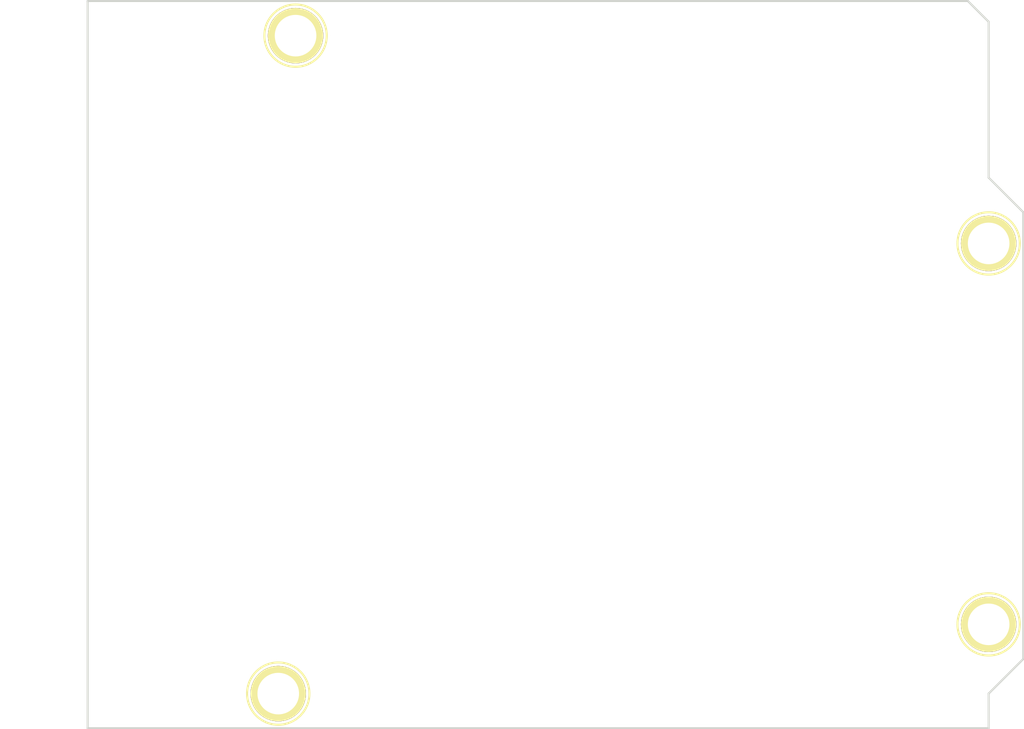
<source format=kicad_pcb>
(kicad_pcb (version 4) (host pcbnew 4.0.1-stable)

  (general
    (links 0)
    (no_connects 0)
    (area 104.572999 71.392 180.241572 127.594)
    (thickness 1.6)
    (drawings 26)
    (tracks 0)
    (zones 0)
    (modules 4)
    (nets 5)
  )

  (page A4)
  (title_block
    (date "lun. 30 mars 2015")
  )

  (layers
    (0 F.Cu signal)
    (31 B.Cu signal)
    (32 B.Adhes user)
    (33 F.Adhes user)
    (34 B.Paste user)
    (35 F.Paste user)
    (36 B.SilkS user)
    (37 F.SilkS user)
    (38 B.Mask user)
    (39 F.Mask user)
    (40 Dwgs.User user)
    (41 Cmts.User user)
    (42 Eco1.User user)
    (43 Eco2.User user)
    (44 Edge.Cuts user)
    (45 Margin user)
    (46 B.CrtYd user)
    (47 F.CrtYd user)
    (48 B.Fab user)
    (49 F.Fab user)
  )

  (setup
    (last_trace_width 0.25)
    (trace_clearance 0.2)
    (zone_clearance 0.508)
    (zone_45_only no)
    (trace_min 0.2)
    (segment_width 0.15)
    (edge_width 0.15)
    (via_size 0.8)
    (via_drill 0.4)
    (via_min_size 0.8)
    (via_min_drill 0.4)
    (uvia_size 0.3)
    (uvia_drill 0.1)
    (uvias_allowed no)
    (uvia_min_size 0.2)
    (uvia_min_drill 0.1)
    (pcb_text_width 0.3)
    (pcb_text_size 1.5 1.5)
    (mod_edge_width 0.15)
    (mod_text_size 1 1)
    (mod_text_width 0.15)
    (pad_size 4.064 4.064)
    (pad_drill 3.048)
    (pad_to_mask_clearance 0)
    (aux_axis_origin 110.998 126.365)
    (grid_origin 110.998 126.365)
    (visible_elements 7FFFFFFF)
    (pcbplotparams
      (layerselection 0x00030_80000001)
      (usegerberextensions false)
      (excludeedgelayer true)
      (linewidth 0.100000)
      (plotframeref false)
      (viasonmask false)
      (mode 1)
      (useauxorigin false)
      (hpglpennumber 1)
      (hpglpenspeed 20)
      (hpglpendiameter 15)
      (hpglpenoverlay 2)
      (psnegative false)
      (psa4output false)
      (plotreference true)
      (plotvalue true)
      (plotinvisibletext false)
      (padsonsilk false)
      (subtractmaskfromsilk false)
      (outputformat 1)
      (mirror false)
      (drillshape 1)
      (scaleselection 1)
      (outputdirectory ""))
  )

  (net 0 "")
  (net 1 "Net-(P5-Pad1)")
  (net 2 "Net-(P6-Pad1)")
  (net 3 "Net-(P7-Pad1)")
  (net 4 "Net-(P8-Pad1)")

  (net_class Default "This is the default net class."
    (clearance 0.2)
    (trace_width 0.25)
    (via_dia 0.8)
    (via_drill 0.4)
    (uvia_dia 0.3)
    (uvia_drill 0.1)
    (add_net "Net-(P5-Pad1)")
    (add_net "Net-(P6-Pad1)")
    (add_net "Net-(P7-Pad1)")
    (add_net "Net-(P8-Pad1)")
  )

  (module Socket_Arduino_Uno:Arduino_1pin locked (layer F.Cu) (tedit 5524FC39) (tstamp 5524FC3F)
    (at 124.968 123.825)
    (descr "module 1 pin (ou trou mecanique de percage)")
    (tags DEV)
    (path /551BBC06)
    (fp_text reference P5 (at 0 -3.048) (layer F.SilkS) hide
      (effects (font (size 1 1) (thickness 0.15)))
    )
    (fp_text value CONN_1 (at 0 2.794) (layer F.Fab) hide
      (effects (font (size 1 1) (thickness 0.15)))
    )
    (fp_circle (center 0 0) (end 0 -2.286) (layer F.SilkS) (width 0.15))
    (pad 1 thru_hole circle (at 0 0) (size 4.064 4.064) (drill 3.048) (layers *.Cu *.Mask F.SilkS)
      (net 1 "Net-(P5-Pad1)"))
  )

  (module Socket_Arduino_Uno:Arduino_1pin locked (layer F.Cu) (tedit 5524FC4A) (tstamp 5524FC44)
    (at 177.038 118.745)
    (descr "module 1 pin (ou trou mecanique de percage)")
    (tags DEV)
    (path /551BBD10)
    (fp_text reference P6 (at 0 -3.048) (layer F.SilkS) hide
      (effects (font (size 1 1) (thickness 0.15)))
    )
    (fp_text value CONN_1 (at 0 2.794) (layer F.Fab) hide
      (effects (font (size 1 1) (thickness 0.15)))
    )
    (fp_circle (center 0 0) (end 0 -2.286) (layer F.SilkS) (width 0.15))
    (pad 1 thru_hole circle (at 0 0) (size 4.064 4.064) (drill 3.048) (layers *.Cu *.Mask F.SilkS)
      (net 2 "Net-(P6-Pad1)"))
  )

  (module Socket_Arduino_Uno:Arduino_1pin locked (layer F.Cu) (tedit 5524FC2F) (tstamp 5524FC49)
    (at 126.238 75.565)
    (descr "module 1 pin (ou trou mecanique de percage)")
    (tags DEV)
    (path /551BBD30)
    (fp_text reference P7 (at 0 -3.048) (layer F.SilkS) hide
      (effects (font (size 1 1) (thickness 0.15)))
    )
    (fp_text value CONN_1 (at 0 2.794) (layer F.Fab) hide
      (effects (font (size 1 1) (thickness 0.15)))
    )
    (fp_circle (center 0 0) (end 0 -2.286) (layer F.SilkS) (width 0.15))
    (pad 1 thru_hole circle (at 0 0) (size 4.064 4.064) (drill 3.048) (layers *.Cu *.Mask F.SilkS)
      (net 3 "Net-(P7-Pad1)"))
  )

  (module Socket_Arduino_Uno:Arduino_1pin locked (layer F.Cu) (tedit 5524FC41) (tstamp 5524FC4E)
    (at 177.038 90.805)
    (descr "module 1 pin (ou trou mecanique de percage)")
    (tags DEV)
    (path /551BBD52)
    (fp_text reference P8 (at 0 -3.048) (layer F.SilkS) hide
      (effects (font (size 1 1) (thickness 0.15)))
    )
    (fp_text value CONN_1 (at 0 2.794) (layer F.Fab) hide
      (effects (font (size 1 1) (thickness 0.15)))
    )
    (fp_circle (center 0 0) (end 0 -2.286) (layer F.SilkS) (width 0.15))
    (pad 1 thru_hole circle (at 0 0) (size 4.064 4.064) (drill 3.048) (layers *.Cu *.Mask F.SilkS)
      (net 4 "Net-(P8-Pad1)"))
  )

  (gr_circle (center 117.348 76.962) (end 118.618 76.962) (layer Dwgs.User) (width 0.15))
  (gr_line (start 114.427 78.994) (end 114.427 74.93) (angle 90) (layer Dwgs.User) (width 0.15))
  (gr_line (start 120.269 78.994) (end 114.427 78.994) (angle 90) (layer Dwgs.User) (width 0.15))
  (gr_line (start 120.269 74.93) (end 120.269 78.994) (angle 90) (layer Dwgs.User) (width 0.15))
  (gr_line (start 114.427 74.93) (end 120.269 74.93) (angle 90) (layer Dwgs.User) (width 0.15))
  (gr_line (start 120.523 93.98) (end 104.648 93.98) (angle 90) (layer Dwgs.User) (width 0.15))
  (gr_line (start 177.038 74.549) (end 175.514 73.025) (angle 90) (layer Edge.Cuts) (width 0.15))
  (gr_line (start 177.038 85.979) (end 177.038 74.549) (angle 90) (layer Edge.Cuts) (width 0.15))
  (gr_line (start 179.578 88.519) (end 177.038 85.979) (angle 90) (layer Edge.Cuts) (width 0.15))
  (gr_line (start 179.578 121.285) (end 179.578 88.519) (angle 90) (layer Edge.Cuts) (width 0.15))
  (gr_line (start 177.038 123.825) (end 179.578 121.285) (angle 90) (layer Edge.Cuts) (width 0.15))
  (gr_line (start 177.038 126.365) (end 177.038 123.825) (angle 90) (layer Edge.Cuts) (width 0.15))
  (gr_line (start 110.998 126.365) (end 177.038 126.365) (angle 90) (layer Edge.Cuts) (width 0.15))
  (gr_line (start 110.998 73.025) (end 110.998 126.365) (angle 90) (layer Edge.Cuts) (width 0.15))
  (gr_line (start 175.514 73.025) (end 110.998 73.025) (angle 90) (layer Edge.Cuts) (width 0.15))
  (gr_line (start 173.355 102.235) (end 173.355 94.615) (angle 90) (layer Dwgs.User) (width 0.15))
  (gr_line (start 178.435 102.235) (end 173.355 102.235) (angle 90) (layer Dwgs.User) (width 0.15))
  (gr_line (start 178.435 94.615) (end 178.435 102.235) (angle 90) (layer Dwgs.User) (width 0.15))
  (gr_line (start 173.355 94.615) (end 178.435 94.615) (angle 90) (layer Dwgs.User) (width 0.15))
  (gr_line (start 109.093 123.19) (end 109.093 114.3) (angle 90) (layer Dwgs.User) (width 0.15))
  (gr_line (start 122.428 123.19) (end 109.093 123.19) (angle 90) (layer Dwgs.User) (width 0.15))
  (gr_line (start 122.428 114.3) (end 122.428 123.19) (angle 90) (layer Dwgs.User) (width 0.15))
  (gr_line (start 109.093 114.3) (end 122.428 114.3) (angle 90) (layer Dwgs.User) (width 0.15))
  (gr_line (start 104.648 93.98) (end 104.648 82.55) (angle 90) (layer Dwgs.User) (width 0.15))
  (gr_line (start 120.523 82.55) (end 120.523 93.98) (angle 90) (layer Dwgs.User) (width 0.15))
  (gr_line (start 104.648 82.55) (end 120.523 82.55) (angle 90) (layer Dwgs.User) (width 0.15))

)

</source>
